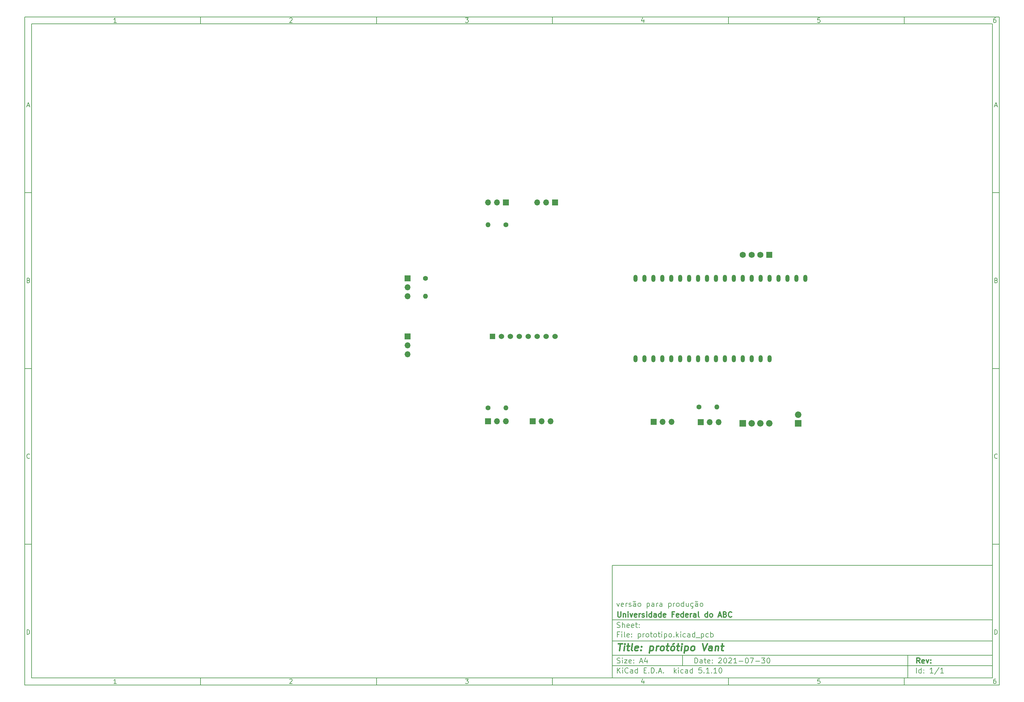
<source format=gbr>
%TF.GenerationSoftware,KiCad,Pcbnew,5.1.10*%
%TF.CreationDate,2021-08-11T12:17:18-03:00*%
%TF.ProjectId,prototipo,70726f74-6f74-4697-906f-2e6b69636164,rev?*%
%TF.SameCoordinates,Original*%
%TF.FileFunction,Copper,L1,Top*%
%TF.FilePolarity,Positive*%
%FSLAX46Y46*%
G04 Gerber Fmt 4.6, Leading zero omitted, Abs format (unit mm)*
G04 Created by KiCad (PCBNEW 5.1.10) date 2021-08-11 12:17:18*
%MOMM*%
%LPD*%
G01*
G04 APERTURE LIST*
%ADD10C,0.100000*%
%ADD11C,0.150000*%
%ADD12C,0.300000*%
%ADD13C,0.400000*%
%TA.AperFunction,ComponentPad*%
%ADD14R,1.850000X1.850000*%
%TD*%
%TA.AperFunction,ComponentPad*%
%ADD15C,1.850000*%
%TD*%
%TA.AperFunction,ComponentPad*%
%ADD16O,1.200000X2.000000*%
%TD*%
%TA.AperFunction,ComponentPad*%
%ADD17O,1.700000X1.700000*%
%TD*%
%TA.AperFunction,ComponentPad*%
%ADD18R,1.700000X1.700000*%
%TD*%
%TA.AperFunction,ComponentPad*%
%ADD19C,1.400000*%
%TD*%
%TA.AperFunction,ComponentPad*%
%ADD20O,1.400000X1.400000*%
%TD*%
%TA.AperFunction,ComponentPad*%
%ADD21C,1.524000*%
%TD*%
%TA.AperFunction,ComponentPad*%
%ADD22R,1.524000X1.524000*%
%TD*%
%TA.AperFunction,ComponentPad*%
%ADD23R,1.750000X1.750000*%
%TD*%
%TA.AperFunction,ComponentPad*%
%ADD24C,1.750000*%
%TD*%
G04 APERTURE END LIST*
D10*
D11*
X177002200Y-166007200D02*
X177002200Y-198007200D01*
X285002200Y-198007200D01*
X285002200Y-166007200D01*
X177002200Y-166007200D01*
D10*
D11*
X10000000Y-10000000D02*
X10000000Y-200007200D01*
X287002200Y-200007200D01*
X287002200Y-10000000D01*
X10000000Y-10000000D01*
D10*
D11*
X12000000Y-12000000D02*
X12000000Y-198007200D01*
X285002200Y-198007200D01*
X285002200Y-12000000D01*
X12000000Y-12000000D01*
D10*
D11*
X60000000Y-12000000D02*
X60000000Y-10000000D01*
D10*
D11*
X110000000Y-12000000D02*
X110000000Y-10000000D01*
D10*
D11*
X160000000Y-12000000D02*
X160000000Y-10000000D01*
D10*
D11*
X210000000Y-12000000D02*
X210000000Y-10000000D01*
D10*
D11*
X260000000Y-12000000D02*
X260000000Y-10000000D01*
D10*
D11*
X36065476Y-11588095D02*
X35322619Y-11588095D01*
X35694047Y-11588095D02*
X35694047Y-10288095D01*
X35570238Y-10473809D01*
X35446428Y-10597619D01*
X35322619Y-10659523D01*
D10*
D11*
X85322619Y-10411904D02*
X85384523Y-10350000D01*
X85508333Y-10288095D01*
X85817857Y-10288095D01*
X85941666Y-10350000D01*
X86003571Y-10411904D01*
X86065476Y-10535714D01*
X86065476Y-10659523D01*
X86003571Y-10845238D01*
X85260714Y-11588095D01*
X86065476Y-11588095D01*
D10*
D11*
X135260714Y-10288095D02*
X136065476Y-10288095D01*
X135632142Y-10783333D01*
X135817857Y-10783333D01*
X135941666Y-10845238D01*
X136003571Y-10907142D01*
X136065476Y-11030952D01*
X136065476Y-11340476D01*
X136003571Y-11464285D01*
X135941666Y-11526190D01*
X135817857Y-11588095D01*
X135446428Y-11588095D01*
X135322619Y-11526190D01*
X135260714Y-11464285D01*
D10*
D11*
X185941666Y-10721428D02*
X185941666Y-11588095D01*
X185632142Y-10226190D02*
X185322619Y-11154761D01*
X186127380Y-11154761D01*
D10*
D11*
X236003571Y-10288095D02*
X235384523Y-10288095D01*
X235322619Y-10907142D01*
X235384523Y-10845238D01*
X235508333Y-10783333D01*
X235817857Y-10783333D01*
X235941666Y-10845238D01*
X236003571Y-10907142D01*
X236065476Y-11030952D01*
X236065476Y-11340476D01*
X236003571Y-11464285D01*
X235941666Y-11526190D01*
X235817857Y-11588095D01*
X235508333Y-11588095D01*
X235384523Y-11526190D01*
X235322619Y-11464285D01*
D10*
D11*
X285941666Y-10288095D02*
X285694047Y-10288095D01*
X285570238Y-10350000D01*
X285508333Y-10411904D01*
X285384523Y-10597619D01*
X285322619Y-10845238D01*
X285322619Y-11340476D01*
X285384523Y-11464285D01*
X285446428Y-11526190D01*
X285570238Y-11588095D01*
X285817857Y-11588095D01*
X285941666Y-11526190D01*
X286003571Y-11464285D01*
X286065476Y-11340476D01*
X286065476Y-11030952D01*
X286003571Y-10907142D01*
X285941666Y-10845238D01*
X285817857Y-10783333D01*
X285570238Y-10783333D01*
X285446428Y-10845238D01*
X285384523Y-10907142D01*
X285322619Y-11030952D01*
D10*
D11*
X60000000Y-198007200D02*
X60000000Y-200007200D01*
D10*
D11*
X110000000Y-198007200D02*
X110000000Y-200007200D01*
D10*
D11*
X160000000Y-198007200D02*
X160000000Y-200007200D01*
D10*
D11*
X210000000Y-198007200D02*
X210000000Y-200007200D01*
D10*
D11*
X260000000Y-198007200D02*
X260000000Y-200007200D01*
D10*
D11*
X36065476Y-199595295D02*
X35322619Y-199595295D01*
X35694047Y-199595295D02*
X35694047Y-198295295D01*
X35570238Y-198481009D01*
X35446428Y-198604819D01*
X35322619Y-198666723D01*
D10*
D11*
X85322619Y-198419104D02*
X85384523Y-198357200D01*
X85508333Y-198295295D01*
X85817857Y-198295295D01*
X85941666Y-198357200D01*
X86003571Y-198419104D01*
X86065476Y-198542914D01*
X86065476Y-198666723D01*
X86003571Y-198852438D01*
X85260714Y-199595295D01*
X86065476Y-199595295D01*
D10*
D11*
X135260714Y-198295295D02*
X136065476Y-198295295D01*
X135632142Y-198790533D01*
X135817857Y-198790533D01*
X135941666Y-198852438D01*
X136003571Y-198914342D01*
X136065476Y-199038152D01*
X136065476Y-199347676D01*
X136003571Y-199471485D01*
X135941666Y-199533390D01*
X135817857Y-199595295D01*
X135446428Y-199595295D01*
X135322619Y-199533390D01*
X135260714Y-199471485D01*
D10*
D11*
X185941666Y-198728628D02*
X185941666Y-199595295D01*
X185632142Y-198233390D02*
X185322619Y-199161961D01*
X186127380Y-199161961D01*
D10*
D11*
X236003571Y-198295295D02*
X235384523Y-198295295D01*
X235322619Y-198914342D01*
X235384523Y-198852438D01*
X235508333Y-198790533D01*
X235817857Y-198790533D01*
X235941666Y-198852438D01*
X236003571Y-198914342D01*
X236065476Y-199038152D01*
X236065476Y-199347676D01*
X236003571Y-199471485D01*
X235941666Y-199533390D01*
X235817857Y-199595295D01*
X235508333Y-199595295D01*
X235384523Y-199533390D01*
X235322619Y-199471485D01*
D10*
D11*
X285941666Y-198295295D02*
X285694047Y-198295295D01*
X285570238Y-198357200D01*
X285508333Y-198419104D01*
X285384523Y-198604819D01*
X285322619Y-198852438D01*
X285322619Y-199347676D01*
X285384523Y-199471485D01*
X285446428Y-199533390D01*
X285570238Y-199595295D01*
X285817857Y-199595295D01*
X285941666Y-199533390D01*
X286003571Y-199471485D01*
X286065476Y-199347676D01*
X286065476Y-199038152D01*
X286003571Y-198914342D01*
X285941666Y-198852438D01*
X285817857Y-198790533D01*
X285570238Y-198790533D01*
X285446428Y-198852438D01*
X285384523Y-198914342D01*
X285322619Y-199038152D01*
D10*
D11*
X10000000Y-60000000D02*
X12000000Y-60000000D01*
D10*
D11*
X10000000Y-110000000D02*
X12000000Y-110000000D01*
D10*
D11*
X10000000Y-160000000D02*
X12000000Y-160000000D01*
D10*
D11*
X10690476Y-35216666D02*
X11309523Y-35216666D01*
X10566666Y-35588095D02*
X11000000Y-34288095D01*
X11433333Y-35588095D01*
D10*
D11*
X11092857Y-84907142D02*
X11278571Y-84969047D01*
X11340476Y-85030952D01*
X11402380Y-85154761D01*
X11402380Y-85340476D01*
X11340476Y-85464285D01*
X11278571Y-85526190D01*
X11154761Y-85588095D01*
X10659523Y-85588095D01*
X10659523Y-84288095D01*
X11092857Y-84288095D01*
X11216666Y-84350000D01*
X11278571Y-84411904D01*
X11340476Y-84535714D01*
X11340476Y-84659523D01*
X11278571Y-84783333D01*
X11216666Y-84845238D01*
X11092857Y-84907142D01*
X10659523Y-84907142D01*
D10*
D11*
X11402380Y-135464285D02*
X11340476Y-135526190D01*
X11154761Y-135588095D01*
X11030952Y-135588095D01*
X10845238Y-135526190D01*
X10721428Y-135402380D01*
X10659523Y-135278571D01*
X10597619Y-135030952D01*
X10597619Y-134845238D01*
X10659523Y-134597619D01*
X10721428Y-134473809D01*
X10845238Y-134350000D01*
X11030952Y-134288095D01*
X11154761Y-134288095D01*
X11340476Y-134350000D01*
X11402380Y-134411904D01*
D10*
D11*
X10659523Y-185588095D02*
X10659523Y-184288095D01*
X10969047Y-184288095D01*
X11154761Y-184350000D01*
X11278571Y-184473809D01*
X11340476Y-184597619D01*
X11402380Y-184845238D01*
X11402380Y-185030952D01*
X11340476Y-185278571D01*
X11278571Y-185402380D01*
X11154761Y-185526190D01*
X10969047Y-185588095D01*
X10659523Y-185588095D01*
D10*
D11*
X287002200Y-60000000D02*
X285002200Y-60000000D01*
D10*
D11*
X287002200Y-110000000D02*
X285002200Y-110000000D01*
D10*
D11*
X287002200Y-160000000D02*
X285002200Y-160000000D01*
D10*
D11*
X285692676Y-35216666D02*
X286311723Y-35216666D01*
X285568866Y-35588095D02*
X286002200Y-34288095D01*
X286435533Y-35588095D01*
D10*
D11*
X286095057Y-84907142D02*
X286280771Y-84969047D01*
X286342676Y-85030952D01*
X286404580Y-85154761D01*
X286404580Y-85340476D01*
X286342676Y-85464285D01*
X286280771Y-85526190D01*
X286156961Y-85588095D01*
X285661723Y-85588095D01*
X285661723Y-84288095D01*
X286095057Y-84288095D01*
X286218866Y-84350000D01*
X286280771Y-84411904D01*
X286342676Y-84535714D01*
X286342676Y-84659523D01*
X286280771Y-84783333D01*
X286218866Y-84845238D01*
X286095057Y-84907142D01*
X285661723Y-84907142D01*
D10*
D11*
X286404580Y-135464285D02*
X286342676Y-135526190D01*
X286156961Y-135588095D01*
X286033152Y-135588095D01*
X285847438Y-135526190D01*
X285723628Y-135402380D01*
X285661723Y-135278571D01*
X285599819Y-135030952D01*
X285599819Y-134845238D01*
X285661723Y-134597619D01*
X285723628Y-134473809D01*
X285847438Y-134350000D01*
X286033152Y-134288095D01*
X286156961Y-134288095D01*
X286342676Y-134350000D01*
X286404580Y-134411904D01*
D10*
D11*
X285661723Y-185588095D02*
X285661723Y-184288095D01*
X285971247Y-184288095D01*
X286156961Y-184350000D01*
X286280771Y-184473809D01*
X286342676Y-184597619D01*
X286404580Y-184845238D01*
X286404580Y-185030952D01*
X286342676Y-185278571D01*
X286280771Y-185402380D01*
X286156961Y-185526190D01*
X285971247Y-185588095D01*
X285661723Y-185588095D01*
D10*
D11*
X200434342Y-193785771D02*
X200434342Y-192285771D01*
X200791485Y-192285771D01*
X201005771Y-192357200D01*
X201148628Y-192500057D01*
X201220057Y-192642914D01*
X201291485Y-192928628D01*
X201291485Y-193142914D01*
X201220057Y-193428628D01*
X201148628Y-193571485D01*
X201005771Y-193714342D01*
X200791485Y-193785771D01*
X200434342Y-193785771D01*
X202577200Y-193785771D02*
X202577200Y-193000057D01*
X202505771Y-192857200D01*
X202362914Y-192785771D01*
X202077200Y-192785771D01*
X201934342Y-192857200D01*
X202577200Y-193714342D02*
X202434342Y-193785771D01*
X202077200Y-193785771D01*
X201934342Y-193714342D01*
X201862914Y-193571485D01*
X201862914Y-193428628D01*
X201934342Y-193285771D01*
X202077200Y-193214342D01*
X202434342Y-193214342D01*
X202577200Y-193142914D01*
X203077200Y-192785771D02*
X203648628Y-192785771D01*
X203291485Y-192285771D02*
X203291485Y-193571485D01*
X203362914Y-193714342D01*
X203505771Y-193785771D01*
X203648628Y-193785771D01*
X204720057Y-193714342D02*
X204577200Y-193785771D01*
X204291485Y-193785771D01*
X204148628Y-193714342D01*
X204077200Y-193571485D01*
X204077200Y-193000057D01*
X204148628Y-192857200D01*
X204291485Y-192785771D01*
X204577200Y-192785771D01*
X204720057Y-192857200D01*
X204791485Y-193000057D01*
X204791485Y-193142914D01*
X204077200Y-193285771D01*
X205434342Y-193642914D02*
X205505771Y-193714342D01*
X205434342Y-193785771D01*
X205362914Y-193714342D01*
X205434342Y-193642914D01*
X205434342Y-193785771D01*
X205434342Y-192857200D02*
X205505771Y-192928628D01*
X205434342Y-193000057D01*
X205362914Y-192928628D01*
X205434342Y-192857200D01*
X205434342Y-193000057D01*
X207220057Y-192428628D02*
X207291485Y-192357200D01*
X207434342Y-192285771D01*
X207791485Y-192285771D01*
X207934342Y-192357200D01*
X208005771Y-192428628D01*
X208077200Y-192571485D01*
X208077200Y-192714342D01*
X208005771Y-192928628D01*
X207148628Y-193785771D01*
X208077200Y-193785771D01*
X209005771Y-192285771D02*
X209148628Y-192285771D01*
X209291485Y-192357200D01*
X209362914Y-192428628D01*
X209434342Y-192571485D01*
X209505771Y-192857200D01*
X209505771Y-193214342D01*
X209434342Y-193500057D01*
X209362914Y-193642914D01*
X209291485Y-193714342D01*
X209148628Y-193785771D01*
X209005771Y-193785771D01*
X208862914Y-193714342D01*
X208791485Y-193642914D01*
X208720057Y-193500057D01*
X208648628Y-193214342D01*
X208648628Y-192857200D01*
X208720057Y-192571485D01*
X208791485Y-192428628D01*
X208862914Y-192357200D01*
X209005771Y-192285771D01*
X210077200Y-192428628D02*
X210148628Y-192357200D01*
X210291485Y-192285771D01*
X210648628Y-192285771D01*
X210791485Y-192357200D01*
X210862914Y-192428628D01*
X210934342Y-192571485D01*
X210934342Y-192714342D01*
X210862914Y-192928628D01*
X210005771Y-193785771D01*
X210934342Y-193785771D01*
X212362914Y-193785771D02*
X211505771Y-193785771D01*
X211934342Y-193785771D02*
X211934342Y-192285771D01*
X211791485Y-192500057D01*
X211648628Y-192642914D01*
X211505771Y-192714342D01*
X213005771Y-193214342D02*
X214148628Y-193214342D01*
X215148628Y-192285771D02*
X215291485Y-192285771D01*
X215434342Y-192357200D01*
X215505771Y-192428628D01*
X215577200Y-192571485D01*
X215648628Y-192857200D01*
X215648628Y-193214342D01*
X215577200Y-193500057D01*
X215505771Y-193642914D01*
X215434342Y-193714342D01*
X215291485Y-193785771D01*
X215148628Y-193785771D01*
X215005771Y-193714342D01*
X214934342Y-193642914D01*
X214862914Y-193500057D01*
X214791485Y-193214342D01*
X214791485Y-192857200D01*
X214862914Y-192571485D01*
X214934342Y-192428628D01*
X215005771Y-192357200D01*
X215148628Y-192285771D01*
X216148628Y-192285771D02*
X217148628Y-192285771D01*
X216505771Y-193785771D01*
X217720057Y-193214342D02*
X218862914Y-193214342D01*
X219434342Y-192285771D02*
X220362914Y-192285771D01*
X219862914Y-192857200D01*
X220077200Y-192857200D01*
X220220057Y-192928628D01*
X220291485Y-193000057D01*
X220362914Y-193142914D01*
X220362914Y-193500057D01*
X220291485Y-193642914D01*
X220220057Y-193714342D01*
X220077200Y-193785771D01*
X219648628Y-193785771D01*
X219505771Y-193714342D01*
X219434342Y-193642914D01*
X221291485Y-192285771D02*
X221434342Y-192285771D01*
X221577200Y-192357200D01*
X221648628Y-192428628D01*
X221720057Y-192571485D01*
X221791485Y-192857200D01*
X221791485Y-193214342D01*
X221720057Y-193500057D01*
X221648628Y-193642914D01*
X221577200Y-193714342D01*
X221434342Y-193785771D01*
X221291485Y-193785771D01*
X221148628Y-193714342D01*
X221077200Y-193642914D01*
X221005771Y-193500057D01*
X220934342Y-193214342D01*
X220934342Y-192857200D01*
X221005771Y-192571485D01*
X221077200Y-192428628D01*
X221148628Y-192357200D01*
X221291485Y-192285771D01*
D10*
D11*
X177002200Y-194507200D02*
X285002200Y-194507200D01*
D10*
D11*
X178434342Y-196585771D02*
X178434342Y-195085771D01*
X179291485Y-196585771D02*
X178648628Y-195728628D01*
X179291485Y-195085771D02*
X178434342Y-195942914D01*
X179934342Y-196585771D02*
X179934342Y-195585771D01*
X179934342Y-195085771D02*
X179862914Y-195157200D01*
X179934342Y-195228628D01*
X180005771Y-195157200D01*
X179934342Y-195085771D01*
X179934342Y-195228628D01*
X181505771Y-196442914D02*
X181434342Y-196514342D01*
X181220057Y-196585771D01*
X181077200Y-196585771D01*
X180862914Y-196514342D01*
X180720057Y-196371485D01*
X180648628Y-196228628D01*
X180577200Y-195942914D01*
X180577200Y-195728628D01*
X180648628Y-195442914D01*
X180720057Y-195300057D01*
X180862914Y-195157200D01*
X181077200Y-195085771D01*
X181220057Y-195085771D01*
X181434342Y-195157200D01*
X181505771Y-195228628D01*
X182791485Y-196585771D02*
X182791485Y-195800057D01*
X182720057Y-195657200D01*
X182577200Y-195585771D01*
X182291485Y-195585771D01*
X182148628Y-195657200D01*
X182791485Y-196514342D02*
X182648628Y-196585771D01*
X182291485Y-196585771D01*
X182148628Y-196514342D01*
X182077200Y-196371485D01*
X182077200Y-196228628D01*
X182148628Y-196085771D01*
X182291485Y-196014342D01*
X182648628Y-196014342D01*
X182791485Y-195942914D01*
X184148628Y-196585771D02*
X184148628Y-195085771D01*
X184148628Y-196514342D02*
X184005771Y-196585771D01*
X183720057Y-196585771D01*
X183577200Y-196514342D01*
X183505771Y-196442914D01*
X183434342Y-196300057D01*
X183434342Y-195871485D01*
X183505771Y-195728628D01*
X183577200Y-195657200D01*
X183720057Y-195585771D01*
X184005771Y-195585771D01*
X184148628Y-195657200D01*
X186005771Y-195800057D02*
X186505771Y-195800057D01*
X186720057Y-196585771D02*
X186005771Y-196585771D01*
X186005771Y-195085771D01*
X186720057Y-195085771D01*
X187362914Y-196442914D02*
X187434342Y-196514342D01*
X187362914Y-196585771D01*
X187291485Y-196514342D01*
X187362914Y-196442914D01*
X187362914Y-196585771D01*
X188077200Y-196585771D02*
X188077200Y-195085771D01*
X188434342Y-195085771D01*
X188648628Y-195157200D01*
X188791485Y-195300057D01*
X188862914Y-195442914D01*
X188934342Y-195728628D01*
X188934342Y-195942914D01*
X188862914Y-196228628D01*
X188791485Y-196371485D01*
X188648628Y-196514342D01*
X188434342Y-196585771D01*
X188077200Y-196585771D01*
X189577200Y-196442914D02*
X189648628Y-196514342D01*
X189577200Y-196585771D01*
X189505771Y-196514342D01*
X189577200Y-196442914D01*
X189577200Y-196585771D01*
X190220057Y-196157200D02*
X190934342Y-196157200D01*
X190077200Y-196585771D02*
X190577200Y-195085771D01*
X191077200Y-196585771D01*
X191577200Y-196442914D02*
X191648628Y-196514342D01*
X191577200Y-196585771D01*
X191505771Y-196514342D01*
X191577200Y-196442914D01*
X191577200Y-196585771D01*
X194577200Y-196585771D02*
X194577200Y-195085771D01*
X194720057Y-196014342D02*
X195148628Y-196585771D01*
X195148628Y-195585771D02*
X194577200Y-196157200D01*
X195791485Y-196585771D02*
X195791485Y-195585771D01*
X195791485Y-195085771D02*
X195720057Y-195157200D01*
X195791485Y-195228628D01*
X195862914Y-195157200D01*
X195791485Y-195085771D01*
X195791485Y-195228628D01*
X197148628Y-196514342D02*
X197005771Y-196585771D01*
X196720057Y-196585771D01*
X196577200Y-196514342D01*
X196505771Y-196442914D01*
X196434342Y-196300057D01*
X196434342Y-195871485D01*
X196505771Y-195728628D01*
X196577200Y-195657200D01*
X196720057Y-195585771D01*
X197005771Y-195585771D01*
X197148628Y-195657200D01*
X198434342Y-196585771D02*
X198434342Y-195800057D01*
X198362914Y-195657200D01*
X198220057Y-195585771D01*
X197934342Y-195585771D01*
X197791485Y-195657200D01*
X198434342Y-196514342D02*
X198291485Y-196585771D01*
X197934342Y-196585771D01*
X197791485Y-196514342D01*
X197720057Y-196371485D01*
X197720057Y-196228628D01*
X197791485Y-196085771D01*
X197934342Y-196014342D01*
X198291485Y-196014342D01*
X198434342Y-195942914D01*
X199791485Y-196585771D02*
X199791485Y-195085771D01*
X199791485Y-196514342D02*
X199648628Y-196585771D01*
X199362914Y-196585771D01*
X199220057Y-196514342D01*
X199148628Y-196442914D01*
X199077200Y-196300057D01*
X199077200Y-195871485D01*
X199148628Y-195728628D01*
X199220057Y-195657200D01*
X199362914Y-195585771D01*
X199648628Y-195585771D01*
X199791485Y-195657200D01*
X202362914Y-195085771D02*
X201648628Y-195085771D01*
X201577200Y-195800057D01*
X201648628Y-195728628D01*
X201791485Y-195657200D01*
X202148628Y-195657200D01*
X202291485Y-195728628D01*
X202362914Y-195800057D01*
X202434342Y-195942914D01*
X202434342Y-196300057D01*
X202362914Y-196442914D01*
X202291485Y-196514342D01*
X202148628Y-196585771D01*
X201791485Y-196585771D01*
X201648628Y-196514342D01*
X201577200Y-196442914D01*
X203077200Y-196442914D02*
X203148628Y-196514342D01*
X203077200Y-196585771D01*
X203005771Y-196514342D01*
X203077200Y-196442914D01*
X203077200Y-196585771D01*
X204577200Y-196585771D02*
X203720057Y-196585771D01*
X204148628Y-196585771D02*
X204148628Y-195085771D01*
X204005771Y-195300057D01*
X203862914Y-195442914D01*
X203720057Y-195514342D01*
X205220057Y-196442914D02*
X205291485Y-196514342D01*
X205220057Y-196585771D01*
X205148628Y-196514342D01*
X205220057Y-196442914D01*
X205220057Y-196585771D01*
X206720057Y-196585771D02*
X205862914Y-196585771D01*
X206291485Y-196585771D02*
X206291485Y-195085771D01*
X206148628Y-195300057D01*
X206005771Y-195442914D01*
X205862914Y-195514342D01*
X207648628Y-195085771D02*
X207791485Y-195085771D01*
X207934342Y-195157200D01*
X208005771Y-195228628D01*
X208077200Y-195371485D01*
X208148628Y-195657200D01*
X208148628Y-196014342D01*
X208077200Y-196300057D01*
X208005771Y-196442914D01*
X207934342Y-196514342D01*
X207791485Y-196585771D01*
X207648628Y-196585771D01*
X207505771Y-196514342D01*
X207434342Y-196442914D01*
X207362914Y-196300057D01*
X207291485Y-196014342D01*
X207291485Y-195657200D01*
X207362914Y-195371485D01*
X207434342Y-195228628D01*
X207505771Y-195157200D01*
X207648628Y-195085771D01*
D10*
D11*
X177002200Y-191507200D02*
X285002200Y-191507200D01*
D10*
D12*
X264411485Y-193785771D02*
X263911485Y-193071485D01*
X263554342Y-193785771D02*
X263554342Y-192285771D01*
X264125771Y-192285771D01*
X264268628Y-192357200D01*
X264340057Y-192428628D01*
X264411485Y-192571485D01*
X264411485Y-192785771D01*
X264340057Y-192928628D01*
X264268628Y-193000057D01*
X264125771Y-193071485D01*
X263554342Y-193071485D01*
X265625771Y-193714342D02*
X265482914Y-193785771D01*
X265197200Y-193785771D01*
X265054342Y-193714342D01*
X264982914Y-193571485D01*
X264982914Y-193000057D01*
X265054342Y-192857200D01*
X265197200Y-192785771D01*
X265482914Y-192785771D01*
X265625771Y-192857200D01*
X265697200Y-193000057D01*
X265697200Y-193142914D01*
X264982914Y-193285771D01*
X266197200Y-192785771D02*
X266554342Y-193785771D01*
X266911485Y-192785771D01*
X267482914Y-193642914D02*
X267554342Y-193714342D01*
X267482914Y-193785771D01*
X267411485Y-193714342D01*
X267482914Y-193642914D01*
X267482914Y-193785771D01*
X267482914Y-192857200D02*
X267554342Y-192928628D01*
X267482914Y-193000057D01*
X267411485Y-192928628D01*
X267482914Y-192857200D01*
X267482914Y-193000057D01*
D10*
D11*
X178362914Y-193714342D02*
X178577200Y-193785771D01*
X178934342Y-193785771D01*
X179077200Y-193714342D01*
X179148628Y-193642914D01*
X179220057Y-193500057D01*
X179220057Y-193357200D01*
X179148628Y-193214342D01*
X179077200Y-193142914D01*
X178934342Y-193071485D01*
X178648628Y-193000057D01*
X178505771Y-192928628D01*
X178434342Y-192857200D01*
X178362914Y-192714342D01*
X178362914Y-192571485D01*
X178434342Y-192428628D01*
X178505771Y-192357200D01*
X178648628Y-192285771D01*
X179005771Y-192285771D01*
X179220057Y-192357200D01*
X179862914Y-193785771D02*
X179862914Y-192785771D01*
X179862914Y-192285771D02*
X179791485Y-192357200D01*
X179862914Y-192428628D01*
X179934342Y-192357200D01*
X179862914Y-192285771D01*
X179862914Y-192428628D01*
X180434342Y-192785771D02*
X181220057Y-192785771D01*
X180434342Y-193785771D01*
X181220057Y-193785771D01*
X182362914Y-193714342D02*
X182220057Y-193785771D01*
X181934342Y-193785771D01*
X181791485Y-193714342D01*
X181720057Y-193571485D01*
X181720057Y-193000057D01*
X181791485Y-192857200D01*
X181934342Y-192785771D01*
X182220057Y-192785771D01*
X182362914Y-192857200D01*
X182434342Y-193000057D01*
X182434342Y-193142914D01*
X181720057Y-193285771D01*
X183077200Y-193642914D02*
X183148628Y-193714342D01*
X183077200Y-193785771D01*
X183005771Y-193714342D01*
X183077200Y-193642914D01*
X183077200Y-193785771D01*
X183077200Y-192857200D02*
X183148628Y-192928628D01*
X183077200Y-193000057D01*
X183005771Y-192928628D01*
X183077200Y-192857200D01*
X183077200Y-193000057D01*
X184862914Y-193357200D02*
X185577200Y-193357200D01*
X184720057Y-193785771D02*
X185220057Y-192285771D01*
X185720057Y-193785771D01*
X186862914Y-192785771D02*
X186862914Y-193785771D01*
X186505771Y-192214342D02*
X186148628Y-193285771D01*
X187077200Y-193285771D01*
D10*
D11*
X263434342Y-196585771D02*
X263434342Y-195085771D01*
X264791485Y-196585771D02*
X264791485Y-195085771D01*
X264791485Y-196514342D02*
X264648628Y-196585771D01*
X264362914Y-196585771D01*
X264220057Y-196514342D01*
X264148628Y-196442914D01*
X264077200Y-196300057D01*
X264077200Y-195871485D01*
X264148628Y-195728628D01*
X264220057Y-195657200D01*
X264362914Y-195585771D01*
X264648628Y-195585771D01*
X264791485Y-195657200D01*
X265505771Y-196442914D02*
X265577200Y-196514342D01*
X265505771Y-196585771D01*
X265434342Y-196514342D01*
X265505771Y-196442914D01*
X265505771Y-196585771D01*
X265505771Y-195657200D02*
X265577200Y-195728628D01*
X265505771Y-195800057D01*
X265434342Y-195728628D01*
X265505771Y-195657200D01*
X265505771Y-195800057D01*
X268148628Y-196585771D02*
X267291485Y-196585771D01*
X267720057Y-196585771D02*
X267720057Y-195085771D01*
X267577200Y-195300057D01*
X267434342Y-195442914D01*
X267291485Y-195514342D01*
X269862914Y-195014342D02*
X268577200Y-196942914D01*
X271148628Y-196585771D02*
X270291485Y-196585771D01*
X270720057Y-196585771D02*
X270720057Y-195085771D01*
X270577200Y-195300057D01*
X270434342Y-195442914D01*
X270291485Y-195514342D01*
D10*
D11*
X177002200Y-187507200D02*
X285002200Y-187507200D01*
D10*
D13*
X178714580Y-188211961D02*
X179857438Y-188211961D01*
X179036009Y-190211961D02*
X179286009Y-188211961D01*
X180274104Y-190211961D02*
X180440771Y-188878628D01*
X180524104Y-188211961D02*
X180416961Y-188307200D01*
X180500295Y-188402438D01*
X180607438Y-188307200D01*
X180524104Y-188211961D01*
X180500295Y-188402438D01*
X181107438Y-188878628D02*
X181869342Y-188878628D01*
X181476485Y-188211961D02*
X181262200Y-189926247D01*
X181333628Y-190116723D01*
X181512200Y-190211961D01*
X181702676Y-190211961D01*
X182655057Y-190211961D02*
X182476485Y-190116723D01*
X182405057Y-189926247D01*
X182619342Y-188211961D01*
X184190771Y-190116723D02*
X183988390Y-190211961D01*
X183607438Y-190211961D01*
X183428866Y-190116723D01*
X183357438Y-189926247D01*
X183452676Y-189164342D01*
X183571723Y-188973866D01*
X183774104Y-188878628D01*
X184155057Y-188878628D01*
X184333628Y-188973866D01*
X184405057Y-189164342D01*
X184381247Y-189354819D01*
X183405057Y-189545295D01*
X185155057Y-190021485D02*
X185238390Y-190116723D01*
X185131247Y-190211961D01*
X185047914Y-190116723D01*
X185155057Y-190021485D01*
X185131247Y-190211961D01*
X185286009Y-188973866D02*
X185369342Y-189069104D01*
X185262200Y-189164342D01*
X185178866Y-189069104D01*
X185286009Y-188973866D01*
X185262200Y-189164342D01*
X187774104Y-188878628D02*
X187524104Y-190878628D01*
X187762200Y-188973866D02*
X187964580Y-188878628D01*
X188345533Y-188878628D01*
X188524104Y-188973866D01*
X188607438Y-189069104D01*
X188678866Y-189259580D01*
X188607438Y-189831009D01*
X188488390Y-190021485D01*
X188381247Y-190116723D01*
X188178866Y-190211961D01*
X187797914Y-190211961D01*
X187619342Y-190116723D01*
X189416961Y-190211961D02*
X189583628Y-188878628D01*
X189536009Y-189259580D02*
X189655057Y-189069104D01*
X189762200Y-188973866D01*
X189964580Y-188878628D01*
X190155057Y-188878628D01*
X190940771Y-190211961D02*
X190762200Y-190116723D01*
X190678866Y-190021485D01*
X190607438Y-189831009D01*
X190678866Y-189259580D01*
X190797914Y-189069104D01*
X190905057Y-188973866D01*
X191107438Y-188878628D01*
X191393152Y-188878628D01*
X191571723Y-188973866D01*
X191655057Y-189069104D01*
X191726485Y-189259580D01*
X191655057Y-189831009D01*
X191536009Y-190021485D01*
X191428866Y-190116723D01*
X191226485Y-190211961D01*
X190940771Y-190211961D01*
X192345533Y-188878628D02*
X193107438Y-188878628D01*
X192714580Y-188211961D02*
X192500295Y-189926247D01*
X192571723Y-190116723D01*
X192750295Y-190211961D01*
X192940771Y-190211961D01*
X193893152Y-190211961D02*
X193714580Y-190116723D01*
X193631247Y-190021485D01*
X193559819Y-189831009D01*
X193631247Y-189259580D01*
X193750295Y-189069104D01*
X193857438Y-188973866D01*
X194059819Y-188878628D01*
X194345533Y-188878628D01*
X194524104Y-188973866D01*
X194607438Y-189069104D01*
X194678866Y-189259580D01*
X194607438Y-189831009D01*
X194488390Y-190021485D01*
X194381247Y-190116723D01*
X194178866Y-190211961D01*
X193893152Y-190211961D01*
X194536009Y-188116723D02*
X194214580Y-188402438D01*
X195297914Y-188878628D02*
X196059819Y-188878628D01*
X195666961Y-188211961D02*
X195452676Y-189926247D01*
X195524104Y-190116723D01*
X195702676Y-190211961D01*
X195893152Y-190211961D01*
X196559819Y-190211961D02*
X196726485Y-188878628D01*
X196809819Y-188211961D02*
X196702676Y-188307200D01*
X196786009Y-188402438D01*
X196893152Y-188307200D01*
X196809819Y-188211961D01*
X196786009Y-188402438D01*
X197678866Y-188878628D02*
X197428866Y-190878628D01*
X197666961Y-188973866D02*
X197869342Y-188878628D01*
X198250295Y-188878628D01*
X198428866Y-188973866D01*
X198512200Y-189069104D01*
X198583628Y-189259580D01*
X198512200Y-189831009D01*
X198393152Y-190021485D01*
X198286009Y-190116723D01*
X198083628Y-190211961D01*
X197702676Y-190211961D01*
X197524104Y-190116723D01*
X199607438Y-190211961D02*
X199428866Y-190116723D01*
X199345533Y-190021485D01*
X199274104Y-189831009D01*
X199345533Y-189259580D01*
X199464580Y-189069104D01*
X199571723Y-188973866D01*
X199774104Y-188878628D01*
X200059819Y-188878628D01*
X200238390Y-188973866D01*
X200321723Y-189069104D01*
X200393152Y-189259580D01*
X200321723Y-189831009D01*
X200202676Y-190021485D01*
X200095533Y-190116723D01*
X199893152Y-190211961D01*
X199607438Y-190211961D01*
X202619342Y-188211961D02*
X203036009Y-190211961D01*
X203952676Y-188211961D01*
X205226485Y-190211961D02*
X205357438Y-189164342D01*
X205286009Y-188973866D01*
X205107438Y-188878628D01*
X204726485Y-188878628D01*
X204524104Y-188973866D01*
X205238390Y-190116723D02*
X205036009Y-190211961D01*
X204559819Y-190211961D01*
X204381247Y-190116723D01*
X204309819Y-189926247D01*
X204333628Y-189735771D01*
X204452676Y-189545295D01*
X204655057Y-189450057D01*
X205131247Y-189450057D01*
X205333628Y-189354819D01*
X206345533Y-188878628D02*
X206178866Y-190211961D01*
X206321723Y-189069104D02*
X206428866Y-188973866D01*
X206631247Y-188878628D01*
X206916961Y-188878628D01*
X207095533Y-188973866D01*
X207166961Y-189164342D01*
X207036009Y-190211961D01*
X207869342Y-188878628D02*
X208631247Y-188878628D01*
X208238390Y-188211961D02*
X208024104Y-189926247D01*
X208095533Y-190116723D01*
X208274104Y-190211961D01*
X208464580Y-190211961D01*
D10*
D11*
X178934342Y-185600057D02*
X178434342Y-185600057D01*
X178434342Y-186385771D02*
X178434342Y-184885771D01*
X179148628Y-184885771D01*
X179720057Y-186385771D02*
X179720057Y-185385771D01*
X179720057Y-184885771D02*
X179648628Y-184957200D01*
X179720057Y-185028628D01*
X179791485Y-184957200D01*
X179720057Y-184885771D01*
X179720057Y-185028628D01*
X180648628Y-186385771D02*
X180505771Y-186314342D01*
X180434342Y-186171485D01*
X180434342Y-184885771D01*
X181791485Y-186314342D02*
X181648628Y-186385771D01*
X181362914Y-186385771D01*
X181220057Y-186314342D01*
X181148628Y-186171485D01*
X181148628Y-185600057D01*
X181220057Y-185457200D01*
X181362914Y-185385771D01*
X181648628Y-185385771D01*
X181791485Y-185457200D01*
X181862914Y-185600057D01*
X181862914Y-185742914D01*
X181148628Y-185885771D01*
X182505771Y-186242914D02*
X182577200Y-186314342D01*
X182505771Y-186385771D01*
X182434342Y-186314342D01*
X182505771Y-186242914D01*
X182505771Y-186385771D01*
X182505771Y-185457200D02*
X182577200Y-185528628D01*
X182505771Y-185600057D01*
X182434342Y-185528628D01*
X182505771Y-185457200D01*
X182505771Y-185600057D01*
X184362914Y-185385771D02*
X184362914Y-186885771D01*
X184362914Y-185457200D02*
X184505771Y-185385771D01*
X184791485Y-185385771D01*
X184934342Y-185457200D01*
X185005771Y-185528628D01*
X185077200Y-185671485D01*
X185077200Y-186100057D01*
X185005771Y-186242914D01*
X184934342Y-186314342D01*
X184791485Y-186385771D01*
X184505771Y-186385771D01*
X184362914Y-186314342D01*
X185720057Y-186385771D02*
X185720057Y-185385771D01*
X185720057Y-185671485D02*
X185791485Y-185528628D01*
X185862914Y-185457200D01*
X186005771Y-185385771D01*
X186148628Y-185385771D01*
X186862914Y-186385771D02*
X186720057Y-186314342D01*
X186648628Y-186242914D01*
X186577200Y-186100057D01*
X186577200Y-185671485D01*
X186648628Y-185528628D01*
X186720057Y-185457200D01*
X186862914Y-185385771D01*
X187077200Y-185385771D01*
X187220057Y-185457200D01*
X187291485Y-185528628D01*
X187362914Y-185671485D01*
X187362914Y-186100057D01*
X187291485Y-186242914D01*
X187220057Y-186314342D01*
X187077200Y-186385771D01*
X186862914Y-186385771D01*
X187791485Y-185385771D02*
X188362914Y-185385771D01*
X188005771Y-184885771D02*
X188005771Y-186171485D01*
X188077200Y-186314342D01*
X188220057Y-186385771D01*
X188362914Y-186385771D01*
X189077200Y-186385771D02*
X188934342Y-186314342D01*
X188862914Y-186242914D01*
X188791485Y-186100057D01*
X188791485Y-185671485D01*
X188862914Y-185528628D01*
X188934342Y-185457200D01*
X189077200Y-185385771D01*
X189291485Y-185385771D01*
X189434342Y-185457200D01*
X189505771Y-185528628D01*
X189577200Y-185671485D01*
X189577200Y-186100057D01*
X189505771Y-186242914D01*
X189434342Y-186314342D01*
X189291485Y-186385771D01*
X189077200Y-186385771D01*
X190005771Y-185385771D02*
X190577200Y-185385771D01*
X190220057Y-184885771D02*
X190220057Y-186171485D01*
X190291485Y-186314342D01*
X190434342Y-186385771D01*
X190577200Y-186385771D01*
X191077200Y-186385771D02*
X191077200Y-185385771D01*
X191077200Y-184885771D02*
X191005771Y-184957200D01*
X191077200Y-185028628D01*
X191148628Y-184957200D01*
X191077200Y-184885771D01*
X191077200Y-185028628D01*
X191791485Y-185385771D02*
X191791485Y-186885771D01*
X191791485Y-185457200D02*
X191934342Y-185385771D01*
X192220057Y-185385771D01*
X192362914Y-185457200D01*
X192434342Y-185528628D01*
X192505771Y-185671485D01*
X192505771Y-186100057D01*
X192434342Y-186242914D01*
X192362914Y-186314342D01*
X192220057Y-186385771D01*
X191934342Y-186385771D01*
X191791485Y-186314342D01*
X193362914Y-186385771D02*
X193220057Y-186314342D01*
X193148628Y-186242914D01*
X193077200Y-186100057D01*
X193077200Y-185671485D01*
X193148628Y-185528628D01*
X193220057Y-185457200D01*
X193362914Y-185385771D01*
X193577200Y-185385771D01*
X193720057Y-185457200D01*
X193791485Y-185528628D01*
X193862914Y-185671485D01*
X193862914Y-186100057D01*
X193791485Y-186242914D01*
X193720057Y-186314342D01*
X193577200Y-186385771D01*
X193362914Y-186385771D01*
X194505771Y-186242914D02*
X194577200Y-186314342D01*
X194505771Y-186385771D01*
X194434342Y-186314342D01*
X194505771Y-186242914D01*
X194505771Y-186385771D01*
X195220057Y-186385771D02*
X195220057Y-184885771D01*
X195362914Y-185814342D02*
X195791485Y-186385771D01*
X195791485Y-185385771D02*
X195220057Y-185957200D01*
X196434342Y-186385771D02*
X196434342Y-185385771D01*
X196434342Y-184885771D02*
X196362914Y-184957200D01*
X196434342Y-185028628D01*
X196505771Y-184957200D01*
X196434342Y-184885771D01*
X196434342Y-185028628D01*
X197791485Y-186314342D02*
X197648628Y-186385771D01*
X197362914Y-186385771D01*
X197220057Y-186314342D01*
X197148628Y-186242914D01*
X197077200Y-186100057D01*
X197077200Y-185671485D01*
X197148628Y-185528628D01*
X197220057Y-185457200D01*
X197362914Y-185385771D01*
X197648628Y-185385771D01*
X197791485Y-185457200D01*
X199077200Y-186385771D02*
X199077200Y-185600057D01*
X199005771Y-185457200D01*
X198862914Y-185385771D01*
X198577200Y-185385771D01*
X198434342Y-185457200D01*
X199077200Y-186314342D02*
X198934342Y-186385771D01*
X198577200Y-186385771D01*
X198434342Y-186314342D01*
X198362914Y-186171485D01*
X198362914Y-186028628D01*
X198434342Y-185885771D01*
X198577200Y-185814342D01*
X198934342Y-185814342D01*
X199077200Y-185742914D01*
X200434342Y-186385771D02*
X200434342Y-184885771D01*
X200434342Y-186314342D02*
X200291485Y-186385771D01*
X200005771Y-186385771D01*
X199862914Y-186314342D01*
X199791485Y-186242914D01*
X199720057Y-186100057D01*
X199720057Y-185671485D01*
X199791485Y-185528628D01*
X199862914Y-185457200D01*
X200005771Y-185385771D01*
X200291485Y-185385771D01*
X200434342Y-185457200D01*
X200791485Y-186528628D02*
X201934342Y-186528628D01*
X202291485Y-185385771D02*
X202291485Y-186885771D01*
X202291485Y-185457200D02*
X202434342Y-185385771D01*
X202720057Y-185385771D01*
X202862914Y-185457200D01*
X202934342Y-185528628D01*
X203005771Y-185671485D01*
X203005771Y-186100057D01*
X202934342Y-186242914D01*
X202862914Y-186314342D01*
X202720057Y-186385771D01*
X202434342Y-186385771D01*
X202291485Y-186314342D01*
X204291485Y-186314342D02*
X204148628Y-186385771D01*
X203862914Y-186385771D01*
X203720057Y-186314342D01*
X203648628Y-186242914D01*
X203577200Y-186100057D01*
X203577200Y-185671485D01*
X203648628Y-185528628D01*
X203720057Y-185457200D01*
X203862914Y-185385771D01*
X204148628Y-185385771D01*
X204291485Y-185457200D01*
X204934342Y-186385771D02*
X204934342Y-184885771D01*
X204934342Y-185457200D02*
X205077200Y-185385771D01*
X205362914Y-185385771D01*
X205505771Y-185457200D01*
X205577200Y-185528628D01*
X205648628Y-185671485D01*
X205648628Y-186100057D01*
X205577200Y-186242914D01*
X205505771Y-186314342D01*
X205362914Y-186385771D01*
X205077200Y-186385771D01*
X204934342Y-186314342D01*
D10*
D11*
X177002200Y-181507200D02*
X285002200Y-181507200D01*
D10*
D11*
X178362914Y-183614342D02*
X178577200Y-183685771D01*
X178934342Y-183685771D01*
X179077200Y-183614342D01*
X179148628Y-183542914D01*
X179220057Y-183400057D01*
X179220057Y-183257200D01*
X179148628Y-183114342D01*
X179077200Y-183042914D01*
X178934342Y-182971485D01*
X178648628Y-182900057D01*
X178505771Y-182828628D01*
X178434342Y-182757200D01*
X178362914Y-182614342D01*
X178362914Y-182471485D01*
X178434342Y-182328628D01*
X178505771Y-182257200D01*
X178648628Y-182185771D01*
X179005771Y-182185771D01*
X179220057Y-182257200D01*
X179862914Y-183685771D02*
X179862914Y-182185771D01*
X180505771Y-183685771D02*
X180505771Y-182900057D01*
X180434342Y-182757200D01*
X180291485Y-182685771D01*
X180077200Y-182685771D01*
X179934342Y-182757200D01*
X179862914Y-182828628D01*
X181791485Y-183614342D02*
X181648628Y-183685771D01*
X181362914Y-183685771D01*
X181220057Y-183614342D01*
X181148628Y-183471485D01*
X181148628Y-182900057D01*
X181220057Y-182757200D01*
X181362914Y-182685771D01*
X181648628Y-182685771D01*
X181791485Y-182757200D01*
X181862914Y-182900057D01*
X181862914Y-183042914D01*
X181148628Y-183185771D01*
X183077200Y-183614342D02*
X182934342Y-183685771D01*
X182648628Y-183685771D01*
X182505771Y-183614342D01*
X182434342Y-183471485D01*
X182434342Y-182900057D01*
X182505771Y-182757200D01*
X182648628Y-182685771D01*
X182934342Y-182685771D01*
X183077200Y-182757200D01*
X183148628Y-182900057D01*
X183148628Y-183042914D01*
X182434342Y-183185771D01*
X183577200Y-182685771D02*
X184148628Y-182685771D01*
X183791485Y-182185771D02*
X183791485Y-183471485D01*
X183862914Y-183614342D01*
X184005771Y-183685771D01*
X184148628Y-183685771D01*
X184648628Y-183542914D02*
X184720057Y-183614342D01*
X184648628Y-183685771D01*
X184577200Y-183614342D01*
X184648628Y-183542914D01*
X184648628Y-183685771D01*
X184648628Y-182757200D02*
X184720057Y-182828628D01*
X184648628Y-182900057D01*
X184577200Y-182828628D01*
X184648628Y-182757200D01*
X184648628Y-182900057D01*
D10*
D12*
X178554342Y-179185771D02*
X178554342Y-180400057D01*
X178625771Y-180542914D01*
X178697200Y-180614342D01*
X178840057Y-180685771D01*
X179125771Y-180685771D01*
X179268628Y-180614342D01*
X179340057Y-180542914D01*
X179411485Y-180400057D01*
X179411485Y-179185771D01*
X180125771Y-179685771D02*
X180125771Y-180685771D01*
X180125771Y-179828628D02*
X180197200Y-179757200D01*
X180340057Y-179685771D01*
X180554342Y-179685771D01*
X180697200Y-179757200D01*
X180768628Y-179900057D01*
X180768628Y-180685771D01*
X181482914Y-180685771D02*
X181482914Y-179685771D01*
X181482914Y-179185771D02*
X181411485Y-179257200D01*
X181482914Y-179328628D01*
X181554342Y-179257200D01*
X181482914Y-179185771D01*
X181482914Y-179328628D01*
X182054342Y-179685771D02*
X182411485Y-180685771D01*
X182768628Y-179685771D01*
X183911485Y-180614342D02*
X183768628Y-180685771D01*
X183482914Y-180685771D01*
X183340057Y-180614342D01*
X183268628Y-180471485D01*
X183268628Y-179900057D01*
X183340057Y-179757200D01*
X183482914Y-179685771D01*
X183768628Y-179685771D01*
X183911485Y-179757200D01*
X183982914Y-179900057D01*
X183982914Y-180042914D01*
X183268628Y-180185771D01*
X184625771Y-180685771D02*
X184625771Y-179685771D01*
X184625771Y-179971485D02*
X184697200Y-179828628D01*
X184768628Y-179757200D01*
X184911485Y-179685771D01*
X185054342Y-179685771D01*
X185482914Y-180614342D02*
X185625771Y-180685771D01*
X185911485Y-180685771D01*
X186054342Y-180614342D01*
X186125771Y-180471485D01*
X186125771Y-180400057D01*
X186054342Y-180257200D01*
X185911485Y-180185771D01*
X185697200Y-180185771D01*
X185554342Y-180114342D01*
X185482914Y-179971485D01*
X185482914Y-179900057D01*
X185554342Y-179757200D01*
X185697200Y-179685771D01*
X185911485Y-179685771D01*
X186054342Y-179757200D01*
X186768628Y-180685771D02*
X186768628Y-179685771D01*
X186768628Y-179185771D02*
X186697200Y-179257200D01*
X186768628Y-179328628D01*
X186840057Y-179257200D01*
X186768628Y-179185771D01*
X186768628Y-179328628D01*
X188125771Y-180685771D02*
X188125771Y-179185771D01*
X188125771Y-180614342D02*
X187982914Y-180685771D01*
X187697200Y-180685771D01*
X187554342Y-180614342D01*
X187482914Y-180542914D01*
X187411485Y-180400057D01*
X187411485Y-179971485D01*
X187482914Y-179828628D01*
X187554342Y-179757200D01*
X187697200Y-179685771D01*
X187982914Y-179685771D01*
X188125771Y-179757200D01*
X189482914Y-180685771D02*
X189482914Y-179900057D01*
X189411485Y-179757200D01*
X189268628Y-179685771D01*
X188982914Y-179685771D01*
X188840057Y-179757200D01*
X189482914Y-180614342D02*
X189340057Y-180685771D01*
X188982914Y-180685771D01*
X188840057Y-180614342D01*
X188768628Y-180471485D01*
X188768628Y-180328628D01*
X188840057Y-180185771D01*
X188982914Y-180114342D01*
X189340057Y-180114342D01*
X189482914Y-180042914D01*
X190840057Y-180685771D02*
X190840057Y-179185771D01*
X190840057Y-180614342D02*
X190697200Y-180685771D01*
X190411485Y-180685771D01*
X190268628Y-180614342D01*
X190197200Y-180542914D01*
X190125771Y-180400057D01*
X190125771Y-179971485D01*
X190197200Y-179828628D01*
X190268628Y-179757200D01*
X190411485Y-179685771D01*
X190697200Y-179685771D01*
X190840057Y-179757200D01*
X192125771Y-180614342D02*
X191982914Y-180685771D01*
X191697200Y-180685771D01*
X191554342Y-180614342D01*
X191482914Y-180471485D01*
X191482914Y-179900057D01*
X191554342Y-179757200D01*
X191697200Y-179685771D01*
X191982914Y-179685771D01*
X192125771Y-179757200D01*
X192197200Y-179900057D01*
X192197200Y-180042914D01*
X191482914Y-180185771D01*
X194482914Y-179900057D02*
X193982914Y-179900057D01*
X193982914Y-180685771D02*
X193982914Y-179185771D01*
X194697200Y-179185771D01*
X195840057Y-180614342D02*
X195697200Y-180685771D01*
X195411485Y-180685771D01*
X195268628Y-180614342D01*
X195197200Y-180471485D01*
X195197200Y-179900057D01*
X195268628Y-179757200D01*
X195411485Y-179685771D01*
X195697200Y-179685771D01*
X195840057Y-179757200D01*
X195911485Y-179900057D01*
X195911485Y-180042914D01*
X195197200Y-180185771D01*
X197197200Y-180685771D02*
X197197200Y-179185771D01*
X197197200Y-180614342D02*
X197054342Y-180685771D01*
X196768628Y-180685771D01*
X196625771Y-180614342D01*
X196554342Y-180542914D01*
X196482914Y-180400057D01*
X196482914Y-179971485D01*
X196554342Y-179828628D01*
X196625771Y-179757200D01*
X196768628Y-179685771D01*
X197054342Y-179685771D01*
X197197200Y-179757200D01*
X198482914Y-180614342D02*
X198340057Y-180685771D01*
X198054342Y-180685771D01*
X197911485Y-180614342D01*
X197840057Y-180471485D01*
X197840057Y-179900057D01*
X197911485Y-179757200D01*
X198054342Y-179685771D01*
X198340057Y-179685771D01*
X198482914Y-179757200D01*
X198554342Y-179900057D01*
X198554342Y-180042914D01*
X197840057Y-180185771D01*
X199197200Y-180685771D02*
X199197200Y-179685771D01*
X199197200Y-179971485D02*
X199268628Y-179828628D01*
X199340057Y-179757200D01*
X199482914Y-179685771D01*
X199625771Y-179685771D01*
X200768628Y-180685771D02*
X200768628Y-179900057D01*
X200697200Y-179757200D01*
X200554342Y-179685771D01*
X200268628Y-179685771D01*
X200125771Y-179757200D01*
X200768628Y-180614342D02*
X200625771Y-180685771D01*
X200268628Y-180685771D01*
X200125771Y-180614342D01*
X200054342Y-180471485D01*
X200054342Y-180328628D01*
X200125771Y-180185771D01*
X200268628Y-180114342D01*
X200625771Y-180114342D01*
X200768628Y-180042914D01*
X201697200Y-180685771D02*
X201554342Y-180614342D01*
X201482914Y-180471485D01*
X201482914Y-179185771D01*
X204054342Y-180685771D02*
X204054342Y-179185771D01*
X204054342Y-180614342D02*
X203911485Y-180685771D01*
X203625771Y-180685771D01*
X203482914Y-180614342D01*
X203411485Y-180542914D01*
X203340057Y-180400057D01*
X203340057Y-179971485D01*
X203411485Y-179828628D01*
X203482914Y-179757200D01*
X203625771Y-179685771D01*
X203911485Y-179685771D01*
X204054342Y-179757200D01*
X204982914Y-180685771D02*
X204840057Y-180614342D01*
X204768628Y-180542914D01*
X204697200Y-180400057D01*
X204697200Y-179971485D01*
X204768628Y-179828628D01*
X204840057Y-179757200D01*
X204982914Y-179685771D01*
X205197200Y-179685771D01*
X205340057Y-179757200D01*
X205411485Y-179828628D01*
X205482914Y-179971485D01*
X205482914Y-180400057D01*
X205411485Y-180542914D01*
X205340057Y-180614342D01*
X205197200Y-180685771D01*
X204982914Y-180685771D01*
X207197200Y-180257200D02*
X207911485Y-180257200D01*
X207054342Y-180685771D02*
X207554342Y-179185771D01*
X208054342Y-180685771D01*
X209054342Y-179900057D02*
X209268628Y-179971485D01*
X209340057Y-180042914D01*
X209411485Y-180185771D01*
X209411485Y-180400057D01*
X209340057Y-180542914D01*
X209268628Y-180614342D01*
X209125771Y-180685771D01*
X208554342Y-180685771D01*
X208554342Y-179185771D01*
X209054342Y-179185771D01*
X209197200Y-179257200D01*
X209268628Y-179328628D01*
X209340057Y-179471485D01*
X209340057Y-179614342D01*
X209268628Y-179757200D01*
X209197200Y-179828628D01*
X209054342Y-179900057D01*
X208554342Y-179900057D01*
X210911485Y-180542914D02*
X210840057Y-180614342D01*
X210625771Y-180685771D01*
X210482914Y-180685771D01*
X210268628Y-180614342D01*
X210125771Y-180471485D01*
X210054342Y-180328628D01*
X209982914Y-180042914D01*
X209982914Y-179828628D01*
X210054342Y-179542914D01*
X210125771Y-179400057D01*
X210268628Y-179257200D01*
X210482914Y-179185771D01*
X210625771Y-179185771D01*
X210840057Y-179257200D01*
X210911485Y-179328628D01*
D10*
D11*
X178291485Y-176685771D02*
X178648628Y-177685771D01*
X179005771Y-176685771D01*
X180148628Y-177614342D02*
X180005771Y-177685771D01*
X179720057Y-177685771D01*
X179577200Y-177614342D01*
X179505771Y-177471485D01*
X179505771Y-176900057D01*
X179577200Y-176757200D01*
X179720057Y-176685771D01*
X180005771Y-176685771D01*
X180148628Y-176757200D01*
X180220057Y-176900057D01*
X180220057Y-177042914D01*
X179505771Y-177185771D01*
X180862914Y-177685771D02*
X180862914Y-176685771D01*
X180862914Y-176971485D02*
X180934342Y-176828628D01*
X181005771Y-176757200D01*
X181148628Y-176685771D01*
X181291485Y-176685771D01*
X181720057Y-177614342D02*
X181862914Y-177685771D01*
X182148628Y-177685771D01*
X182291485Y-177614342D01*
X182362914Y-177471485D01*
X182362914Y-177400057D01*
X182291485Y-177257200D01*
X182148628Y-177185771D01*
X181934342Y-177185771D01*
X181791485Y-177114342D01*
X181720057Y-176971485D01*
X181720057Y-176900057D01*
X181791485Y-176757200D01*
X181934342Y-176685771D01*
X182148628Y-176685771D01*
X182291485Y-176757200D01*
X183648628Y-177685771D02*
X183648628Y-176900057D01*
X183577200Y-176757200D01*
X183434342Y-176685771D01*
X183148628Y-176685771D01*
X183005771Y-176757200D01*
X183648628Y-177614342D02*
X183505771Y-177685771D01*
X183148628Y-177685771D01*
X183005771Y-177614342D01*
X182934342Y-177471485D01*
X182934342Y-177328628D01*
X183005771Y-177185771D01*
X183148628Y-177114342D01*
X183505771Y-177114342D01*
X183648628Y-177042914D01*
X182934342Y-176328628D02*
X183005771Y-176257200D01*
X183148628Y-176185771D01*
X183434342Y-176328628D01*
X183577200Y-176257200D01*
X183648628Y-176185771D01*
X184577200Y-177685771D02*
X184434342Y-177614342D01*
X184362914Y-177542914D01*
X184291485Y-177400057D01*
X184291485Y-176971485D01*
X184362914Y-176828628D01*
X184434342Y-176757200D01*
X184577200Y-176685771D01*
X184791485Y-176685771D01*
X184934342Y-176757200D01*
X185005771Y-176828628D01*
X185077200Y-176971485D01*
X185077200Y-177400057D01*
X185005771Y-177542914D01*
X184934342Y-177614342D01*
X184791485Y-177685771D01*
X184577200Y-177685771D01*
X186862914Y-176685771D02*
X186862914Y-178185771D01*
X186862914Y-176757200D02*
X187005771Y-176685771D01*
X187291485Y-176685771D01*
X187434342Y-176757200D01*
X187505771Y-176828628D01*
X187577200Y-176971485D01*
X187577200Y-177400057D01*
X187505771Y-177542914D01*
X187434342Y-177614342D01*
X187291485Y-177685771D01*
X187005771Y-177685771D01*
X186862914Y-177614342D01*
X188862914Y-177685771D02*
X188862914Y-176900057D01*
X188791485Y-176757200D01*
X188648628Y-176685771D01*
X188362914Y-176685771D01*
X188220057Y-176757200D01*
X188862914Y-177614342D02*
X188720057Y-177685771D01*
X188362914Y-177685771D01*
X188220057Y-177614342D01*
X188148628Y-177471485D01*
X188148628Y-177328628D01*
X188220057Y-177185771D01*
X188362914Y-177114342D01*
X188720057Y-177114342D01*
X188862914Y-177042914D01*
X189577200Y-177685771D02*
X189577200Y-176685771D01*
X189577200Y-176971485D02*
X189648628Y-176828628D01*
X189720057Y-176757200D01*
X189862914Y-176685771D01*
X190005771Y-176685771D01*
X191148628Y-177685771D02*
X191148628Y-176900057D01*
X191077200Y-176757200D01*
X190934342Y-176685771D01*
X190648628Y-176685771D01*
X190505771Y-176757200D01*
X191148628Y-177614342D02*
X191005771Y-177685771D01*
X190648628Y-177685771D01*
X190505771Y-177614342D01*
X190434342Y-177471485D01*
X190434342Y-177328628D01*
X190505771Y-177185771D01*
X190648628Y-177114342D01*
X191005771Y-177114342D01*
X191148628Y-177042914D01*
X193005771Y-176685771D02*
X193005771Y-178185771D01*
X193005771Y-176757200D02*
X193148628Y-176685771D01*
X193434342Y-176685771D01*
X193577200Y-176757200D01*
X193648628Y-176828628D01*
X193720057Y-176971485D01*
X193720057Y-177400057D01*
X193648628Y-177542914D01*
X193577200Y-177614342D01*
X193434342Y-177685771D01*
X193148628Y-177685771D01*
X193005771Y-177614342D01*
X194362914Y-177685771D02*
X194362914Y-176685771D01*
X194362914Y-176971485D02*
X194434342Y-176828628D01*
X194505771Y-176757200D01*
X194648628Y-176685771D01*
X194791485Y-176685771D01*
X195505771Y-177685771D02*
X195362914Y-177614342D01*
X195291485Y-177542914D01*
X195220057Y-177400057D01*
X195220057Y-176971485D01*
X195291485Y-176828628D01*
X195362914Y-176757200D01*
X195505771Y-176685771D01*
X195720057Y-176685771D01*
X195862914Y-176757200D01*
X195934342Y-176828628D01*
X196005771Y-176971485D01*
X196005771Y-177400057D01*
X195934342Y-177542914D01*
X195862914Y-177614342D01*
X195720057Y-177685771D01*
X195505771Y-177685771D01*
X197291485Y-177685771D02*
X197291485Y-176185771D01*
X197291485Y-177614342D02*
X197148628Y-177685771D01*
X196862914Y-177685771D01*
X196720057Y-177614342D01*
X196648628Y-177542914D01*
X196577200Y-177400057D01*
X196577200Y-176971485D01*
X196648628Y-176828628D01*
X196720057Y-176757200D01*
X196862914Y-176685771D01*
X197148628Y-176685771D01*
X197291485Y-176757200D01*
X198648628Y-176685771D02*
X198648628Y-177685771D01*
X198005771Y-176685771D02*
X198005771Y-177471485D01*
X198077200Y-177614342D01*
X198220057Y-177685771D01*
X198434342Y-177685771D01*
X198577200Y-177614342D01*
X198648628Y-177542914D01*
X200005771Y-177614342D02*
X199862914Y-177685771D01*
X199577200Y-177685771D01*
X199434342Y-177614342D01*
X199362914Y-177542914D01*
X199291485Y-177400057D01*
X199291485Y-176971485D01*
X199362914Y-176828628D01*
X199434342Y-176757200D01*
X199577200Y-176685771D01*
X199862914Y-176685771D01*
X200005771Y-176757200D01*
X199720057Y-177757200D02*
X199862914Y-177828628D01*
X199934342Y-177971485D01*
X199862914Y-178114342D01*
X199720057Y-178185771D01*
X199505771Y-178185771D01*
X201291485Y-177685771D02*
X201291485Y-176900057D01*
X201220057Y-176757200D01*
X201077200Y-176685771D01*
X200791485Y-176685771D01*
X200648628Y-176757200D01*
X201291485Y-177614342D02*
X201148628Y-177685771D01*
X200791485Y-177685771D01*
X200648628Y-177614342D01*
X200577200Y-177471485D01*
X200577200Y-177328628D01*
X200648628Y-177185771D01*
X200791485Y-177114342D01*
X201148628Y-177114342D01*
X201291485Y-177042914D01*
X200577200Y-176328628D02*
X200648628Y-176257200D01*
X200791485Y-176185771D01*
X201077200Y-176328628D01*
X201220057Y-176257200D01*
X201291485Y-176185771D01*
X202220057Y-177685771D02*
X202077200Y-177614342D01*
X202005771Y-177542914D01*
X201934342Y-177400057D01*
X201934342Y-176971485D01*
X202005771Y-176828628D01*
X202077200Y-176757200D01*
X202220057Y-176685771D01*
X202434342Y-176685771D01*
X202577200Y-176757200D01*
X202648628Y-176828628D01*
X202720057Y-176971485D01*
X202720057Y-177400057D01*
X202648628Y-177542914D01*
X202577200Y-177614342D01*
X202434342Y-177685771D01*
X202220057Y-177685771D01*
D10*
D11*
X197002200Y-191507200D02*
X197002200Y-194507200D01*
D10*
D11*
X261002200Y-191507200D02*
X261002200Y-198007200D01*
D14*
%TO.P,Power,1*%
%TO.N,GND*%
X229841200Y-125608800D03*
D15*
%TO.P,Power,2*%
%TO.N,+5V*%
X229841200Y-123108800D03*
%TD*%
D16*
%TO.P,U1,36*%
%TO.N,Net-(U1-Pad36)*%
X231851000Y-84378800D03*
%TO.P,U1,35*%
%TO.N,Net-(U1-Pad35)*%
X229311000Y-84378800D03*
%TO.P,U1,34*%
%TO.N,GND*%
X226771000Y-84378800D03*
%TO.P,U1,33*%
%TO.N,Net-(U1-Pad33)*%
X224231000Y-84378800D03*
%TO.P,U1,16*%
%TO.N,GND*%
X221691000Y-107238800D03*
%TO.P,U1,32*%
%TO.N,Net-(U1-Pad32)*%
X221691000Y-84378800D03*
%TO.P,U1,15*%
%TO.N,+5V*%
X219151000Y-107238800D03*
%TO.P,U1,31*%
%TO.N,rx_gps*%
X219151000Y-84378800D03*
%TO.P,U1,14*%
%TO.N,rx_cont*%
X216611000Y-107238800D03*
%TO.P,U1,30*%
%TO.N,tx_gps*%
X216611000Y-84378800D03*
%TO.P,U1,13*%
%TO.N,Rot_M2*%
X214071000Y-107238800D03*
%TO.P,U1,29*%
%TO.N,3V*%
X214071000Y-84378800D03*
%TO.P,U1,12*%
%TO.N,com_M2*%
X211531000Y-107238800D03*
%TO.P,U1,28*%
%TO.N,Net-(U1-Pad28)*%
X211531000Y-84378800D03*
%TO.P,U1,11*%
%TO.N,Net-(U1-Pad11)*%
X208991000Y-107238800D03*
%TO.P,U1,27*%
%TO.N,com_M3*%
X208991000Y-84378800D03*
%TO.P,U1,10*%
%TO.N,Net-(U1-Pad10)*%
X206451000Y-107238800D03*
%TO.P,U1,26*%
%TO.N,Rot_M3*%
X206451000Y-84378800D03*
%TO.P,U1,9*%
%TO.N,Rot_M4*%
X203911000Y-107238800D03*
%TO.P,U1,25*%
%TO.N,Net-(U1-Pad25)*%
X203911000Y-84378800D03*
%TO.P,U1,8*%
%TO.N,Net-(U1-Pad8)*%
X201371000Y-107238800D03*
%TO.P,U1,24*%
%TO.N,GND*%
X201371000Y-84378800D03*
%TO.P,U1,7*%
%TO.N,Rot_M1*%
X198831000Y-107238800D03*
%TO.P,U1,23*%
%TO.N,GND*%
X198831000Y-84378800D03*
%TO.P,U1,6*%
%TO.N,com_M4*%
X196291000Y-107238800D03*
%TO.P,U1,22*%
%TO.N,SDA*%
X196291000Y-84378800D03*
%TO.P,U1,5*%
%TO.N,com_M1*%
X193751000Y-107238800D03*
%TO.P,U1,21*%
%TO.N,SCL*%
X193751000Y-84378800D03*
%TO.P,U1,4*%
%TO.N,Net-(U1-Pad4)*%
X191211000Y-107238800D03*
%TO.P,U1,20*%
%TO.N,Net-(U1-Pad20)*%
X191211000Y-84378800D03*
%TO.P,U1,3*%
%TO.N,Net-(U1-Pad3)*%
X188671000Y-107238800D03*
%TO.P,U1,19*%
%TO.N,Net-(U1-Pad19)*%
X188671000Y-84378800D03*
%TO.P,U1,2*%
%TO.N,Net-(U1-Pad2)*%
X186131000Y-107238800D03*
%TO.P,U1,18*%
%TO.N,Net-(U1-Pad18)*%
X186131000Y-84378800D03*
%TO.P,U1,1*%
%TO.N,Net-(U1-Pad1)*%
X183591000Y-107238800D03*
%TO.P,U1,17*%
%TO.N,GND*%
X183591000Y-84378800D03*
%TD*%
D14*
%TO.P,Controle,1*%
%TO.N,tx_cont*%
X214081200Y-125628800D03*
D15*
%TO.P,Controle,2*%
%TO.N,rx_cont*%
X216581200Y-125628800D03*
%TO.P,Controle,3*%
%TO.N,+5V*%
X219081200Y-125628800D03*
%TO.P,Controle,4*%
%TO.N,GND*%
X221581200Y-125628800D03*
%TD*%
D17*
%TO.P,RotM2,3*%
%TO.N,Rot_M2*%
X207221200Y-125238800D03*
%TO.P,RotM2,2*%
%TO.N,GND*%
X204681200Y-125238800D03*
D18*
%TO.P,RotM2,1*%
%TO.N,3V*%
X202141200Y-125238800D03*
%TD*%
%TO.P,RotM3,1*%
%TO.N,3V*%
X146761200Y-62788800D03*
D17*
%TO.P,RotM3,2*%
%TO.N,GND*%
X144221200Y-62788800D03*
%TO.P,RotM3,3*%
%TO.N,Rot_M3*%
X141681200Y-62788800D03*
%TD*%
D19*
%TO.P,R3,1*%
%TO.N,3V*%
X146761200Y-69138800D03*
D20*
%TO.P,R3,2*%
%TO.N,Rot_M3*%
X141681200Y-69138800D03*
%TD*%
D17*
%TO.P,M2,3*%
%TO.N,com_M2*%
X193871200Y-125138800D03*
%TO.P,M2,2*%
%TO.N,Net-(M2-Pad2)*%
X191331200Y-125138800D03*
D18*
%TO.P,M2,1*%
%TO.N,GND*%
X188791200Y-125138800D03*
%TD*%
D17*
%TO.P,RotM4,3*%
%TO.N,Rot_M4*%
X118821200Y-89458800D03*
%TO.P,RotM4,2*%
%TO.N,GND*%
X118821200Y-86918800D03*
D18*
%TO.P,RotM4,1*%
%TO.N,3V*%
X118821200Y-84378800D03*
%TD*%
D21*
%TO.P,GY-91/MPU9250,8*%
%TO.N,Net-(MPU9250-Pad8)*%
X160731000Y-100888800D03*
%TO.P,GY-91/MPU9250,7*%
%TO.N,Net-(MPU9250-Pad7)*%
X158191000Y-100888800D03*
%TO.P,GY-91/MPU9250,6*%
%TO.N,Net-(MPU9250-Pad6)*%
X155651000Y-100888800D03*
%TO.P,GY-91/MPU9250,5*%
%TO.N,SDA*%
X153111000Y-100888800D03*
%TO.P,GY-91/MPU9250,4*%
%TO.N,SCL*%
X150571000Y-100888800D03*
%TO.P,GY-91/MPU9250,3*%
%TO.N,GND*%
X148031000Y-100888800D03*
%TO.P,GY-91/MPU9250,2*%
%TO.N,3V*%
X145491000Y-100888800D03*
D22*
%TO.P,GY-91/MPU9250,1*%
%TO.N,Net-(MPU9250-Pad1)*%
X142951000Y-100888800D03*
%TD*%
D17*
%TO.P,RotM1,3*%
%TO.N,Rot_M1*%
X146761200Y-125018800D03*
%TO.P,RotM1,2*%
%TO.N,GND*%
X144221200Y-125018800D03*
D18*
%TO.P,RotM1,1*%
%TO.N,3V*%
X141681200Y-125018800D03*
%TD*%
D20*
%TO.P,R4,2*%
%TO.N,Rot_M4*%
X123901200Y-89458800D03*
D19*
%TO.P,R4,1*%
%TO.N,3V*%
X123901200Y-84378800D03*
%TD*%
D20*
%TO.P,R2,2*%
%TO.N,Rot_M2*%
X206731200Y-120928800D03*
D19*
%TO.P,R2,1*%
%TO.N,3V*%
X201651200Y-120928800D03*
%TD*%
%TO.P,R1,1*%
%TO.N,3V*%
X141681200Y-121208800D03*
D20*
%TO.P,R1,2*%
%TO.N,Rot_M1*%
X146761200Y-121208800D03*
%TD*%
D23*
%TO.P,GPS,1*%
%TO.N,GND*%
X221582000Y-77682700D03*
D24*
%TO.P,GPS,2*%
%TO.N,rx_gps*%
X219082000Y-77682700D03*
%TO.P,GPS,3*%
%TO.N,tx_gps*%
X216582000Y-77682700D03*
%TO.P,GPS,4*%
%TO.N,3V*%
X214082000Y-77682700D03*
%TD*%
D17*
%TO.P,M1,3*%
%TO.N,com_M1*%
X159461200Y-125018800D03*
%TO.P,M1,2*%
%TO.N,Net-(M1-Pad2)*%
X156921200Y-125018800D03*
D18*
%TO.P,M1,1*%
%TO.N,GND*%
X154381200Y-125018800D03*
%TD*%
D17*
%TO.P,M3,3*%
%TO.N,com_M3*%
X155651200Y-62788800D03*
%TO.P,M3,2*%
%TO.N,Net-(M3-Pad2)*%
X158191200Y-62788800D03*
D18*
%TO.P,M3,1*%
%TO.N,GND*%
X160731200Y-62788800D03*
%TD*%
D17*
%TO.P,M4,3*%
%TO.N,com_M4*%
X118821200Y-105968800D03*
%TO.P,M4,2*%
%TO.N,Net-(M4-Pad2)*%
X118821200Y-103428800D03*
D18*
%TO.P,M4,1*%
%TO.N,GND*%
X118821200Y-100888800D03*
%TD*%
M02*

</source>
